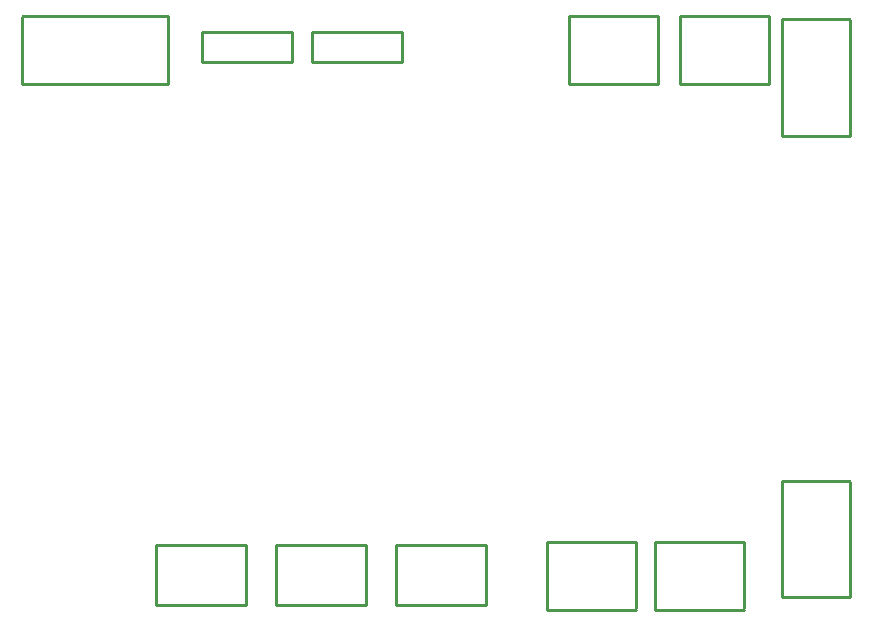
<source format=gbr>
%TF.GenerationSoftware,Altium Limited,Altium Designer,19.1.8 (144)*%
G04 Layer_Color=32768*
%FSLAX26Y26*%
%MOIN*%
%TF.FileFunction,Other,Mechanical_3*%
%TF.Part,Single*%
G01*
G75*
%TA.AperFunction,NonConductor*%
%ADD26C,0.010000*%
D26*
X2797480Y504882D02*
X3021890D01*
X3023858Y502913D01*
Y117087D02*
Y502913D01*
X2797480Y117087D02*
X3023858D01*
X2797480D02*
Y504882D01*
Y1655512D02*
Y2043307D01*
Y1655512D02*
X3023858D01*
Y2041339D01*
X3021890Y2043307D02*
X3023858Y2041339D01*
X2797480Y2043307D02*
X3021890D01*
X2458425Y1830000D02*
Y2050000D01*
Y2053858D02*
X2754882D01*
Y1827480D02*
Y2053858D01*
X2458425Y1827480D02*
X2754882D01*
X2311575Y80000D02*
Y300000D01*
X2015118Y76142D02*
X2311575D01*
X2015118D02*
Y302520D01*
X2311575D01*
X2088425Y1827480D02*
X2384882D01*
Y2053858D01*
X2088425D02*
X2384882D01*
X2088425Y1830000D02*
Y2050000D01*
X265118Y1827480D02*
Y2051890D01*
X267087Y2053858D01*
X751339D01*
Y1827480D02*
Y2053858D01*
X265118Y1827480D02*
X751339D01*
X265118D02*
Y1923937D01*
X2375118Y302520D02*
X2671575D01*
X2375118Y76142D02*
Y302520D01*
Y76142D02*
X2671575D01*
Y80000D02*
Y300000D01*
X1530000Y1900000D02*
Y2000000D01*
X1229994D02*
X1530000D01*
X1229994Y1900000D02*
Y2000000D01*
Y1900000D02*
X1530000D01*
X1165000D02*
Y2000000D01*
X864994D02*
X1165000D01*
X864994Y1900000D02*
Y2000000D01*
Y1900000D02*
X1165000D01*
X1810000Y90000D02*
Y190000D01*
X1509994Y90000D02*
Y190000D01*
Y90000D02*
X1810000D01*
Y190000D02*
Y290000D01*
X1509994D02*
X1810000D01*
X1509994Y190000D02*
Y290000D01*
X1010000Y90000D02*
Y190000D01*
X709994Y90000D02*
Y190000D01*
Y90000D02*
X1010000D01*
Y190000D02*
Y290000D01*
X709994D02*
X1010000D01*
X709994Y190000D02*
Y290000D01*
X1410000Y90000D02*
Y190000D01*
X1109994Y90000D02*
Y190000D01*
Y90000D02*
X1410000D01*
Y190000D02*
Y290000D01*
X1109994D02*
X1410000D01*
X1109994Y190000D02*
Y290000D01*
%TF.MD5,0000ef2c2a3e9149f3241ececd0576dd*%
M02*

</source>
